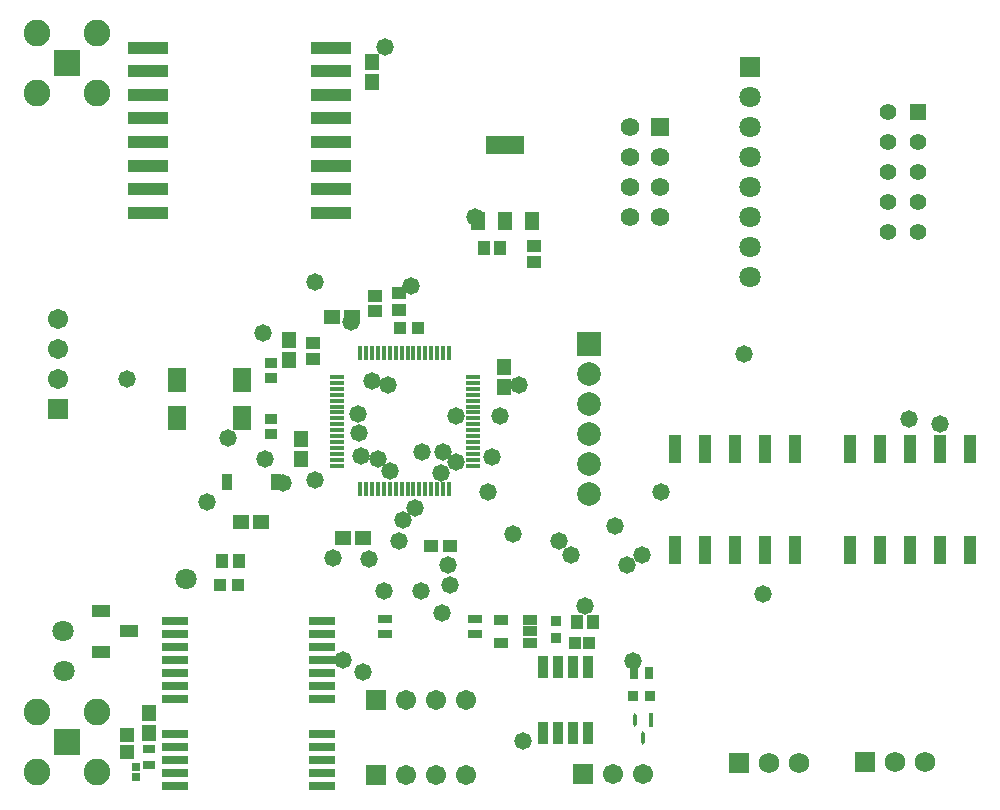
<source format=gts>
G04*
G04 #@! TF.GenerationSoftware,Altium Limited,Altium Designer,20.2.6 (244)*
G04*
G04 Layer_Color=8388736*
%FSLAX25Y25*%
%MOIN*%
G70*
G04*
G04 #@! TF.SameCoordinates,3B791BB4-AEC8-405A-9348-557AA33B983F*
G04*
G04*
G04 #@! TF.FilePolarity,Negative*
G04*
G01*
G75*
%ADD15R,0.04560X0.03985*%
%ADD20R,0.04449X0.09606*%
%ADD21R,0.06299X0.03937*%
%ADD23R,0.13780X0.03937*%
%ADD24R,0.04724X0.01181*%
%ADD25R,0.01181X0.04724*%
%ADD28R,0.05000X0.02992*%
%ADD31R,0.03400X0.03788*%
%ADD33R,0.03788X0.03400*%
%ADD34R,0.01322X0.04583*%
G04:AMPARAMS|DCode=35|XSize=45.83mil|YSize=13.22mil|CornerRadius=6.61mil|HoleSize=0mil|Usage=FLASHONLY|Rotation=270.000|XOffset=0mil|YOffset=0mil|HoleType=Round|Shape=RoundedRectangle|*
%AMROUNDEDRECTD35*
21,1,0.04583,0.00000,0,0,270.0*
21,1,0.03260,0.01322,0,0,270.0*
1,1,0.01322,0.00000,-0.01630*
1,1,0.01322,0.00000,0.01630*
1,1,0.01322,0.00000,0.01630*
1,1,0.01322,0.00000,-0.01630*
%
%ADD35ROUNDEDRECTD35*%
%ADD38R,0.04724X0.06299*%
%ADD39R,0.12992X0.06299*%
%ADD40R,0.03740X0.05512*%
%ADD45R,0.08661X0.03150*%
%ADD46R,0.08661X0.03150*%
%ADD47R,0.05131X0.05721*%
%ADD48R,0.05721X0.05131*%
%ADD49R,0.04934X0.04343*%
%ADD50R,0.04540X0.03950*%
%ADD51R,0.04540X0.04147*%
%ADD52R,0.05918X0.08280*%
%ADD53R,0.04147X0.03753*%
%ADD54R,0.03950X0.03950*%
%ADD55R,0.03359X0.07690*%
%ADD56R,0.05131X0.03359*%
%ADD57R,0.03162X0.03950*%
%ADD58R,0.04147X0.04540*%
%ADD59R,0.04147X0.04343*%
%ADD60R,0.04343X0.04934*%
%ADD61R,0.04737X0.04934*%
%ADD62R,0.02847X0.02729*%
%ADD63R,0.03950X0.03162*%
%ADD64R,0.06706X0.06706*%
%ADD65C,0.06706*%
%ADD66C,0.07099*%
%ADD67R,0.06706X0.06706*%
%ADD68R,0.08871X0.08871*%
%ADD69C,0.08871*%
%ADD70C,0.07887*%
%ADD71R,0.07887X0.07887*%
%ADD72C,0.06902*%
%ADD73R,0.06902X0.06902*%
%ADD74C,0.05472*%
%ADD75R,0.05472X0.05472*%
%ADD76R,0.07099X0.07099*%
%ADD77C,0.06181*%
%ADD78R,0.06181X0.06181*%
%ADD79C,0.05800*%
D15*
X168728Y91362D02*
D03*
X175240D02*
D03*
D20*
X348500Y90071D02*
D03*
X338500D02*
D03*
X328500D02*
D03*
X318500D02*
D03*
X308500D02*
D03*
Y123929D02*
D03*
X318500D02*
D03*
X328500D02*
D03*
X338500D02*
D03*
X348500D02*
D03*
X290000D02*
D03*
X280000D02*
D03*
X270000D02*
D03*
X260000D02*
D03*
X250000D02*
D03*
Y90071D02*
D03*
X260000D02*
D03*
X270000D02*
D03*
X280000D02*
D03*
X290000D02*
D03*
D21*
X58945Y69890D02*
D03*
Y56110D02*
D03*
X68000Y63000D02*
D03*
D23*
X135512Y202441D02*
D03*
Y210315D02*
D03*
Y218189D02*
D03*
Y226063D02*
D03*
Y233937D02*
D03*
Y241811D02*
D03*
Y249685D02*
D03*
Y257559D02*
D03*
X74488D02*
D03*
Y249685D02*
D03*
Y241811D02*
D03*
Y233937D02*
D03*
Y226063D02*
D03*
Y218189D02*
D03*
Y210315D02*
D03*
Y202441D02*
D03*
D24*
X137362Y147764D02*
D03*
Y145795D02*
D03*
Y143827D02*
D03*
Y141858D02*
D03*
Y139890D02*
D03*
Y137921D02*
D03*
Y135953D02*
D03*
Y133984D02*
D03*
Y132016D02*
D03*
Y130047D02*
D03*
Y128079D02*
D03*
Y126110D02*
D03*
Y124142D02*
D03*
Y122173D02*
D03*
Y120205D02*
D03*
Y118236D02*
D03*
X182638D02*
D03*
Y120205D02*
D03*
Y122173D02*
D03*
Y124142D02*
D03*
Y126110D02*
D03*
Y128079D02*
D03*
Y130047D02*
D03*
Y132016D02*
D03*
Y133984D02*
D03*
Y135953D02*
D03*
Y137921D02*
D03*
Y139890D02*
D03*
Y141858D02*
D03*
Y143827D02*
D03*
Y145795D02*
D03*
Y147764D02*
D03*
D25*
X145236Y110362D02*
D03*
X147205D02*
D03*
X149173D02*
D03*
X151142D02*
D03*
X153110D02*
D03*
X155079D02*
D03*
X157047D02*
D03*
X159016D02*
D03*
X160984D02*
D03*
X162953D02*
D03*
X164921D02*
D03*
X166890D02*
D03*
X168858D02*
D03*
X170827D02*
D03*
X172795D02*
D03*
X174764D02*
D03*
Y155638D02*
D03*
X172795D02*
D03*
X170827D02*
D03*
X168858D02*
D03*
X166890D02*
D03*
X164921D02*
D03*
X162953D02*
D03*
X160984D02*
D03*
X159016D02*
D03*
X157047D02*
D03*
X155079D02*
D03*
X153110D02*
D03*
X151142D02*
D03*
X149173D02*
D03*
X147205D02*
D03*
X145236D02*
D03*
D28*
X183441Y62000D02*
D03*
Y67000D02*
D03*
X153559D02*
D03*
Y62000D02*
D03*
D31*
X236128Y41500D02*
D03*
X241872D02*
D03*
D33*
X210500Y60628D02*
D03*
Y66372D02*
D03*
D34*
X242059Y33532D02*
D03*
D35*
X236941D02*
D03*
X239500Y27468D02*
D03*
D38*
X184445Y199902D02*
D03*
X193500D02*
D03*
X202555D02*
D03*
D39*
X193500Y225098D02*
D03*
D40*
X100815Y112862D02*
D03*
X117154D02*
D03*
D45*
X83591Y11441D02*
D03*
X83591Y15772D02*
D03*
X83591Y20102D02*
D03*
X132410Y11441D02*
D03*
X132409Y15772D02*
D03*
X132410Y20102D02*
D03*
X132409Y66559D02*
D03*
X132410Y62228D02*
D03*
X132409Y57898D02*
D03*
X132410Y40575D02*
D03*
X83591Y66559D02*
D03*
X83591Y62228D02*
D03*
X83591Y57898D02*
D03*
X83591Y40575D02*
D03*
D46*
X83591Y24433D02*
D03*
X83590Y28764D02*
D03*
X132409Y24433D02*
D03*
X132409Y28764D02*
D03*
X132409Y53567D02*
D03*
X132409Y49236D02*
D03*
X132409Y44905D02*
D03*
X83591Y53567D02*
D03*
X83590Y49236D02*
D03*
X83591Y44905D02*
D03*
D47*
X192984Y144516D02*
D03*
Y151209D02*
D03*
X121484Y160209D02*
D03*
Y153516D02*
D03*
X149000Y252847D02*
D03*
Y246153D02*
D03*
X125484Y120516D02*
D03*
Y127209D02*
D03*
X74878Y35906D02*
D03*
Y29214D02*
D03*
D48*
X139460Y94085D02*
D03*
X146153D02*
D03*
X135638Y167862D02*
D03*
X142331D02*
D03*
X105291Y99362D02*
D03*
X111984D02*
D03*
D49*
X158000Y170146D02*
D03*
Y175854D02*
D03*
D50*
X149984Y174921D02*
D03*
Y169803D02*
D03*
D51*
X129484Y153705D02*
D03*
Y159020D02*
D03*
X203024Y191429D02*
D03*
Y186115D02*
D03*
D52*
X105811Y134063D02*
D03*
Y146661D02*
D03*
X84158Y134063D02*
D03*
Y146661D02*
D03*
D53*
X115484Y128862D02*
D03*
Y133783D02*
D03*
Y147402D02*
D03*
Y152323D02*
D03*
D54*
X158547Y164000D02*
D03*
X164452D02*
D03*
X104453Y78500D02*
D03*
X98548D02*
D03*
D55*
X206000Y28976D02*
D03*
X211000D02*
D03*
X216000D02*
D03*
X221000D02*
D03*
X206000Y51024D02*
D03*
X211000D02*
D03*
X216000D02*
D03*
X221000D02*
D03*
D56*
X192276Y59260D02*
D03*
Y66740D02*
D03*
X201724D02*
D03*
Y63000D02*
D03*
Y59260D02*
D03*
D57*
X241559Y49000D02*
D03*
X236441D02*
D03*
D58*
X222657Y66000D02*
D03*
X217342D02*
D03*
X186367Y190772D02*
D03*
X191682D02*
D03*
D59*
X221362Y59000D02*
D03*
X216638D02*
D03*
D60*
X99146Y86500D02*
D03*
X104854D02*
D03*
D61*
X67378Y22607D02*
D03*
Y28513D02*
D03*
D62*
X70378Y17749D02*
D03*
Y14560D02*
D03*
D63*
X74878Y23619D02*
D03*
Y18501D02*
D03*
D64*
X150500Y40000D02*
D03*
X219500Y15500D02*
D03*
X150500Y15000D02*
D03*
D65*
X160500Y40000D02*
D03*
X170500D02*
D03*
X180500D02*
D03*
X44500Y147000D02*
D03*
Y157000D02*
D03*
Y167000D02*
D03*
X239500Y15500D02*
D03*
X229500D02*
D03*
X180500Y15000D02*
D03*
X170500D02*
D03*
X160500D02*
D03*
D66*
X46000Y63000D02*
D03*
X46333Y49834D02*
D03*
X87000Y80500D02*
D03*
X275114Y181000D02*
D03*
Y191000D02*
D03*
Y211000D02*
D03*
Y231000D02*
D03*
Y241000D02*
D03*
Y221000D02*
D03*
Y201000D02*
D03*
D67*
X44500Y137000D02*
D03*
D68*
X47500Y252500D02*
D03*
Y26000D02*
D03*
D69*
X37500Y262500D02*
D03*
Y242500D02*
D03*
X57500D02*
D03*
Y262500D02*
D03*
X37500Y36000D02*
D03*
Y16000D02*
D03*
X57500D02*
D03*
Y36000D02*
D03*
D70*
X221484Y138862D02*
D03*
Y148862D02*
D03*
Y128862D02*
D03*
Y118862D02*
D03*
Y108862D02*
D03*
D71*
Y158862D02*
D03*
D72*
X333500Y19500D02*
D03*
X323500D02*
D03*
X291500Y19000D02*
D03*
X281500D02*
D03*
D73*
X313500Y19500D02*
D03*
X271500Y19000D02*
D03*
D74*
X321000Y196000D02*
D03*
X331000D02*
D03*
X321000Y206000D02*
D03*
X331000D02*
D03*
X321000Y216000D02*
D03*
X331000D02*
D03*
X321000Y226000D02*
D03*
X331000D02*
D03*
X321000Y236000D02*
D03*
D75*
X331000D02*
D03*
D76*
X275114Y251000D02*
D03*
D77*
X235114Y201000D02*
D03*
X245114D02*
D03*
X235114Y211000D02*
D03*
X245114D02*
D03*
X235114Y221000D02*
D03*
X245114D02*
D03*
X235114Y231000D02*
D03*
D78*
X245114D02*
D03*
D79*
X279500Y75500D02*
D03*
X220000Y71500D02*
D03*
X172532Y69080D02*
D03*
X101000Y127500D02*
D03*
X113500Y120500D02*
D03*
X153618Y257840D02*
D03*
X130000Y179500D02*
D03*
X141986Y166029D02*
D03*
X165500Y76500D02*
D03*
X153217Y76283D02*
D03*
X148000Y87000D02*
D03*
X198000Y145000D02*
D03*
X174984Y78532D02*
D03*
X136000Y87500D02*
D03*
X94000Y106000D02*
D03*
X112801Y162447D02*
D03*
X162018Y178230D02*
D03*
X183500Y201000D02*
D03*
X273000Y155500D02*
D03*
X230000Y98000D02*
D03*
X239000Y88500D02*
D03*
X234000Y85071D02*
D03*
X211500Y93000D02*
D03*
X215500Y88500D02*
D03*
X196000Y95500D02*
D03*
X158000Y93000D02*
D03*
X163500Y104000D02*
D03*
X159611Y100111D02*
D03*
X236000Y53000D02*
D03*
X245500Y109500D02*
D03*
X172000Y115780D02*
D03*
X172828Y122780D02*
D03*
X177276Y119280D02*
D03*
X165828Y122878D02*
D03*
X177250Y134750D02*
D03*
X189000Y121000D02*
D03*
X187899Y109500D02*
D03*
X191775Y134725D02*
D03*
X154500Y145000D02*
D03*
X67500Y147000D02*
D03*
X149000Y146500D02*
D03*
X174500Y85000D02*
D03*
X145500Y121500D02*
D03*
X151000Y120500D02*
D03*
X144770Y128963D02*
D03*
X155000Y116500D02*
D03*
X199500Y26500D02*
D03*
X139500Y53500D02*
D03*
X130000Y113500D02*
D03*
X328280Y133752D02*
D03*
X338500Y132000D02*
D03*
X146000Y49500D02*
D03*
X119500Y112500D02*
D03*
X144500Y135500D02*
D03*
M02*

</source>
